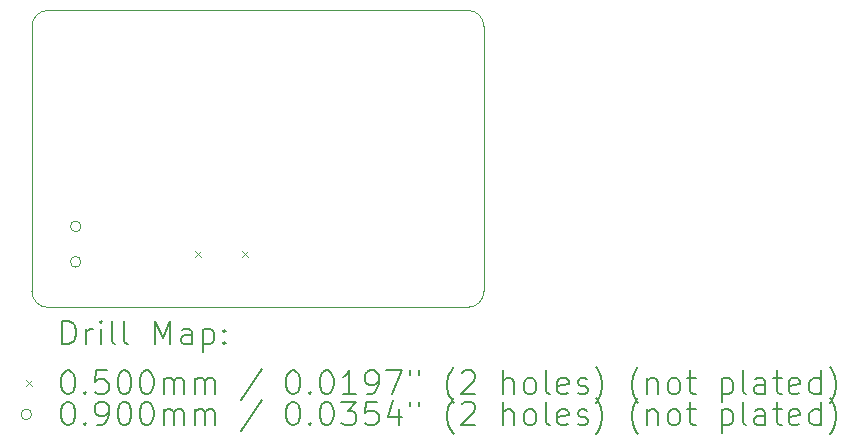
<source format=gbr>
%TF.GenerationSoftware,KiCad,Pcbnew,8.0.1*%
%TF.CreationDate,2024-03-30T02:10:21+03:00*%
%TF.ProjectId,Piezo module,5069657a-6f20-46d6-9f64-756c652e6b69,rev?*%
%TF.SameCoordinates,Original*%
%TF.FileFunction,Drillmap*%
%TF.FilePolarity,Positive*%
%FSLAX45Y45*%
G04 Gerber Fmt 4.5, Leading zero omitted, Abs format (unit mm)*
G04 Created by KiCad (PCBNEW 8.0.1) date 2024-03-30 02:10:21*
%MOMM*%
%LPD*%
G01*
G04 APERTURE LIST*
%ADD10C,0.050000*%
%ADD11C,0.200000*%
%ADD12C,0.100000*%
G04 APERTURE END LIST*
D10*
X13401450Y-11353500D02*
G75*
G02*
X13266450Y-11218500I0J135000D01*
G01*
X13266450Y-8974500D02*
X13266450Y-11218500D01*
X13266450Y-8974500D02*
G75*
G02*
X13401450Y-8839500I135000J0D01*
G01*
X17093050Y-8974500D02*
X17093050Y-11218500D01*
X16958050Y-8839500D02*
G75*
G02*
X17093050Y-8974500I0J-135000D01*
G01*
X13401450Y-8839500D02*
X16958050Y-8839500D01*
X17093050Y-11218500D02*
G75*
G02*
X16958050Y-11353500I-135000J0D01*
G01*
X16958050Y-11353500D02*
X13401450Y-11353500D01*
D11*
D12*
X14644450Y-10876000D02*
X14694450Y-10926000D01*
X14694450Y-10876000D02*
X14644450Y-10926000D01*
X15044450Y-10876000D02*
X15094450Y-10926000D01*
X15094450Y-10876000D02*
X15044450Y-10926000D01*
X13681450Y-10668500D02*
G75*
G02*
X13591450Y-10668500I-45000J0D01*
G01*
X13591450Y-10668500D02*
G75*
G02*
X13681450Y-10668500I45000J0D01*
G01*
X13681450Y-10968500D02*
G75*
G02*
X13591450Y-10968500I-45000J0D01*
G01*
X13591450Y-10968500D02*
G75*
G02*
X13681450Y-10968500I45000J0D01*
G01*
D11*
X13524727Y-11667484D02*
X13524727Y-11467484D01*
X13524727Y-11467484D02*
X13572346Y-11467484D01*
X13572346Y-11467484D02*
X13600917Y-11477008D01*
X13600917Y-11477008D02*
X13619965Y-11496055D01*
X13619965Y-11496055D02*
X13629489Y-11515103D01*
X13629489Y-11515103D02*
X13639012Y-11553198D01*
X13639012Y-11553198D02*
X13639012Y-11581769D01*
X13639012Y-11581769D02*
X13629489Y-11619865D01*
X13629489Y-11619865D02*
X13619965Y-11638912D01*
X13619965Y-11638912D02*
X13600917Y-11657960D01*
X13600917Y-11657960D02*
X13572346Y-11667484D01*
X13572346Y-11667484D02*
X13524727Y-11667484D01*
X13724727Y-11667484D02*
X13724727Y-11534150D01*
X13724727Y-11572246D02*
X13734251Y-11553198D01*
X13734251Y-11553198D02*
X13743774Y-11543674D01*
X13743774Y-11543674D02*
X13762822Y-11534150D01*
X13762822Y-11534150D02*
X13781870Y-11534150D01*
X13848536Y-11667484D02*
X13848536Y-11534150D01*
X13848536Y-11467484D02*
X13839012Y-11477008D01*
X13839012Y-11477008D02*
X13848536Y-11486531D01*
X13848536Y-11486531D02*
X13858060Y-11477008D01*
X13858060Y-11477008D02*
X13848536Y-11467484D01*
X13848536Y-11467484D02*
X13848536Y-11486531D01*
X13972346Y-11667484D02*
X13953298Y-11657960D01*
X13953298Y-11657960D02*
X13943774Y-11638912D01*
X13943774Y-11638912D02*
X13943774Y-11467484D01*
X14077108Y-11667484D02*
X14058060Y-11657960D01*
X14058060Y-11657960D02*
X14048536Y-11638912D01*
X14048536Y-11638912D02*
X14048536Y-11467484D01*
X14305679Y-11667484D02*
X14305679Y-11467484D01*
X14305679Y-11467484D02*
X14372346Y-11610341D01*
X14372346Y-11610341D02*
X14439012Y-11467484D01*
X14439012Y-11467484D02*
X14439012Y-11667484D01*
X14619965Y-11667484D02*
X14619965Y-11562722D01*
X14619965Y-11562722D02*
X14610441Y-11543674D01*
X14610441Y-11543674D02*
X14591393Y-11534150D01*
X14591393Y-11534150D02*
X14553298Y-11534150D01*
X14553298Y-11534150D02*
X14534251Y-11543674D01*
X14619965Y-11657960D02*
X14600917Y-11667484D01*
X14600917Y-11667484D02*
X14553298Y-11667484D01*
X14553298Y-11667484D02*
X14534251Y-11657960D01*
X14534251Y-11657960D02*
X14524727Y-11638912D01*
X14524727Y-11638912D02*
X14524727Y-11619865D01*
X14524727Y-11619865D02*
X14534251Y-11600817D01*
X14534251Y-11600817D02*
X14553298Y-11591293D01*
X14553298Y-11591293D02*
X14600917Y-11591293D01*
X14600917Y-11591293D02*
X14619965Y-11581769D01*
X14715203Y-11534150D02*
X14715203Y-11734150D01*
X14715203Y-11543674D02*
X14734251Y-11534150D01*
X14734251Y-11534150D02*
X14772346Y-11534150D01*
X14772346Y-11534150D02*
X14791393Y-11543674D01*
X14791393Y-11543674D02*
X14800917Y-11553198D01*
X14800917Y-11553198D02*
X14810441Y-11572246D01*
X14810441Y-11572246D02*
X14810441Y-11629388D01*
X14810441Y-11629388D02*
X14800917Y-11648436D01*
X14800917Y-11648436D02*
X14791393Y-11657960D01*
X14791393Y-11657960D02*
X14772346Y-11667484D01*
X14772346Y-11667484D02*
X14734251Y-11667484D01*
X14734251Y-11667484D02*
X14715203Y-11657960D01*
X14896155Y-11648436D02*
X14905679Y-11657960D01*
X14905679Y-11657960D02*
X14896155Y-11667484D01*
X14896155Y-11667484D02*
X14886632Y-11657960D01*
X14886632Y-11657960D02*
X14896155Y-11648436D01*
X14896155Y-11648436D02*
X14896155Y-11667484D01*
X14896155Y-11543674D02*
X14905679Y-11553198D01*
X14905679Y-11553198D02*
X14896155Y-11562722D01*
X14896155Y-11562722D02*
X14886632Y-11553198D01*
X14886632Y-11553198D02*
X14896155Y-11543674D01*
X14896155Y-11543674D02*
X14896155Y-11562722D01*
D12*
X13213950Y-11971000D02*
X13263950Y-12021000D01*
X13263950Y-11971000D02*
X13213950Y-12021000D01*
D11*
X13562822Y-11887484D02*
X13581870Y-11887484D01*
X13581870Y-11887484D02*
X13600917Y-11897008D01*
X13600917Y-11897008D02*
X13610441Y-11906531D01*
X13610441Y-11906531D02*
X13619965Y-11925579D01*
X13619965Y-11925579D02*
X13629489Y-11963674D01*
X13629489Y-11963674D02*
X13629489Y-12011293D01*
X13629489Y-12011293D02*
X13619965Y-12049388D01*
X13619965Y-12049388D02*
X13610441Y-12068436D01*
X13610441Y-12068436D02*
X13600917Y-12077960D01*
X13600917Y-12077960D02*
X13581870Y-12087484D01*
X13581870Y-12087484D02*
X13562822Y-12087484D01*
X13562822Y-12087484D02*
X13543774Y-12077960D01*
X13543774Y-12077960D02*
X13534251Y-12068436D01*
X13534251Y-12068436D02*
X13524727Y-12049388D01*
X13524727Y-12049388D02*
X13515203Y-12011293D01*
X13515203Y-12011293D02*
X13515203Y-11963674D01*
X13515203Y-11963674D02*
X13524727Y-11925579D01*
X13524727Y-11925579D02*
X13534251Y-11906531D01*
X13534251Y-11906531D02*
X13543774Y-11897008D01*
X13543774Y-11897008D02*
X13562822Y-11887484D01*
X13715203Y-12068436D02*
X13724727Y-12077960D01*
X13724727Y-12077960D02*
X13715203Y-12087484D01*
X13715203Y-12087484D02*
X13705679Y-12077960D01*
X13705679Y-12077960D02*
X13715203Y-12068436D01*
X13715203Y-12068436D02*
X13715203Y-12087484D01*
X13905679Y-11887484D02*
X13810441Y-11887484D01*
X13810441Y-11887484D02*
X13800917Y-11982722D01*
X13800917Y-11982722D02*
X13810441Y-11973198D01*
X13810441Y-11973198D02*
X13829489Y-11963674D01*
X13829489Y-11963674D02*
X13877108Y-11963674D01*
X13877108Y-11963674D02*
X13896155Y-11973198D01*
X13896155Y-11973198D02*
X13905679Y-11982722D01*
X13905679Y-11982722D02*
X13915203Y-12001769D01*
X13915203Y-12001769D02*
X13915203Y-12049388D01*
X13915203Y-12049388D02*
X13905679Y-12068436D01*
X13905679Y-12068436D02*
X13896155Y-12077960D01*
X13896155Y-12077960D02*
X13877108Y-12087484D01*
X13877108Y-12087484D02*
X13829489Y-12087484D01*
X13829489Y-12087484D02*
X13810441Y-12077960D01*
X13810441Y-12077960D02*
X13800917Y-12068436D01*
X14039012Y-11887484D02*
X14058060Y-11887484D01*
X14058060Y-11887484D02*
X14077108Y-11897008D01*
X14077108Y-11897008D02*
X14086632Y-11906531D01*
X14086632Y-11906531D02*
X14096155Y-11925579D01*
X14096155Y-11925579D02*
X14105679Y-11963674D01*
X14105679Y-11963674D02*
X14105679Y-12011293D01*
X14105679Y-12011293D02*
X14096155Y-12049388D01*
X14096155Y-12049388D02*
X14086632Y-12068436D01*
X14086632Y-12068436D02*
X14077108Y-12077960D01*
X14077108Y-12077960D02*
X14058060Y-12087484D01*
X14058060Y-12087484D02*
X14039012Y-12087484D01*
X14039012Y-12087484D02*
X14019965Y-12077960D01*
X14019965Y-12077960D02*
X14010441Y-12068436D01*
X14010441Y-12068436D02*
X14000917Y-12049388D01*
X14000917Y-12049388D02*
X13991393Y-12011293D01*
X13991393Y-12011293D02*
X13991393Y-11963674D01*
X13991393Y-11963674D02*
X14000917Y-11925579D01*
X14000917Y-11925579D02*
X14010441Y-11906531D01*
X14010441Y-11906531D02*
X14019965Y-11897008D01*
X14019965Y-11897008D02*
X14039012Y-11887484D01*
X14229489Y-11887484D02*
X14248536Y-11887484D01*
X14248536Y-11887484D02*
X14267584Y-11897008D01*
X14267584Y-11897008D02*
X14277108Y-11906531D01*
X14277108Y-11906531D02*
X14286632Y-11925579D01*
X14286632Y-11925579D02*
X14296155Y-11963674D01*
X14296155Y-11963674D02*
X14296155Y-12011293D01*
X14296155Y-12011293D02*
X14286632Y-12049388D01*
X14286632Y-12049388D02*
X14277108Y-12068436D01*
X14277108Y-12068436D02*
X14267584Y-12077960D01*
X14267584Y-12077960D02*
X14248536Y-12087484D01*
X14248536Y-12087484D02*
X14229489Y-12087484D01*
X14229489Y-12087484D02*
X14210441Y-12077960D01*
X14210441Y-12077960D02*
X14200917Y-12068436D01*
X14200917Y-12068436D02*
X14191393Y-12049388D01*
X14191393Y-12049388D02*
X14181870Y-12011293D01*
X14181870Y-12011293D02*
X14181870Y-11963674D01*
X14181870Y-11963674D02*
X14191393Y-11925579D01*
X14191393Y-11925579D02*
X14200917Y-11906531D01*
X14200917Y-11906531D02*
X14210441Y-11897008D01*
X14210441Y-11897008D02*
X14229489Y-11887484D01*
X14381870Y-12087484D02*
X14381870Y-11954150D01*
X14381870Y-11973198D02*
X14391393Y-11963674D01*
X14391393Y-11963674D02*
X14410441Y-11954150D01*
X14410441Y-11954150D02*
X14439013Y-11954150D01*
X14439013Y-11954150D02*
X14458060Y-11963674D01*
X14458060Y-11963674D02*
X14467584Y-11982722D01*
X14467584Y-11982722D02*
X14467584Y-12087484D01*
X14467584Y-11982722D02*
X14477108Y-11963674D01*
X14477108Y-11963674D02*
X14496155Y-11954150D01*
X14496155Y-11954150D02*
X14524727Y-11954150D01*
X14524727Y-11954150D02*
X14543774Y-11963674D01*
X14543774Y-11963674D02*
X14553298Y-11982722D01*
X14553298Y-11982722D02*
X14553298Y-12087484D01*
X14648536Y-12087484D02*
X14648536Y-11954150D01*
X14648536Y-11973198D02*
X14658060Y-11963674D01*
X14658060Y-11963674D02*
X14677108Y-11954150D01*
X14677108Y-11954150D02*
X14705679Y-11954150D01*
X14705679Y-11954150D02*
X14724727Y-11963674D01*
X14724727Y-11963674D02*
X14734251Y-11982722D01*
X14734251Y-11982722D02*
X14734251Y-12087484D01*
X14734251Y-11982722D02*
X14743774Y-11963674D01*
X14743774Y-11963674D02*
X14762822Y-11954150D01*
X14762822Y-11954150D02*
X14791393Y-11954150D01*
X14791393Y-11954150D02*
X14810441Y-11963674D01*
X14810441Y-11963674D02*
X14819965Y-11982722D01*
X14819965Y-11982722D02*
X14819965Y-12087484D01*
X15210441Y-11877960D02*
X15039013Y-12135103D01*
X15467584Y-11887484D02*
X15486632Y-11887484D01*
X15486632Y-11887484D02*
X15505679Y-11897008D01*
X15505679Y-11897008D02*
X15515203Y-11906531D01*
X15515203Y-11906531D02*
X15524727Y-11925579D01*
X15524727Y-11925579D02*
X15534251Y-11963674D01*
X15534251Y-11963674D02*
X15534251Y-12011293D01*
X15534251Y-12011293D02*
X15524727Y-12049388D01*
X15524727Y-12049388D02*
X15515203Y-12068436D01*
X15515203Y-12068436D02*
X15505679Y-12077960D01*
X15505679Y-12077960D02*
X15486632Y-12087484D01*
X15486632Y-12087484D02*
X15467584Y-12087484D01*
X15467584Y-12087484D02*
X15448536Y-12077960D01*
X15448536Y-12077960D02*
X15439013Y-12068436D01*
X15439013Y-12068436D02*
X15429489Y-12049388D01*
X15429489Y-12049388D02*
X15419965Y-12011293D01*
X15419965Y-12011293D02*
X15419965Y-11963674D01*
X15419965Y-11963674D02*
X15429489Y-11925579D01*
X15429489Y-11925579D02*
X15439013Y-11906531D01*
X15439013Y-11906531D02*
X15448536Y-11897008D01*
X15448536Y-11897008D02*
X15467584Y-11887484D01*
X15619965Y-12068436D02*
X15629489Y-12077960D01*
X15629489Y-12077960D02*
X15619965Y-12087484D01*
X15619965Y-12087484D02*
X15610441Y-12077960D01*
X15610441Y-12077960D02*
X15619965Y-12068436D01*
X15619965Y-12068436D02*
X15619965Y-12087484D01*
X15753298Y-11887484D02*
X15772346Y-11887484D01*
X15772346Y-11887484D02*
X15791394Y-11897008D01*
X15791394Y-11897008D02*
X15800917Y-11906531D01*
X15800917Y-11906531D02*
X15810441Y-11925579D01*
X15810441Y-11925579D02*
X15819965Y-11963674D01*
X15819965Y-11963674D02*
X15819965Y-12011293D01*
X15819965Y-12011293D02*
X15810441Y-12049388D01*
X15810441Y-12049388D02*
X15800917Y-12068436D01*
X15800917Y-12068436D02*
X15791394Y-12077960D01*
X15791394Y-12077960D02*
X15772346Y-12087484D01*
X15772346Y-12087484D02*
X15753298Y-12087484D01*
X15753298Y-12087484D02*
X15734251Y-12077960D01*
X15734251Y-12077960D02*
X15724727Y-12068436D01*
X15724727Y-12068436D02*
X15715203Y-12049388D01*
X15715203Y-12049388D02*
X15705679Y-12011293D01*
X15705679Y-12011293D02*
X15705679Y-11963674D01*
X15705679Y-11963674D02*
X15715203Y-11925579D01*
X15715203Y-11925579D02*
X15724727Y-11906531D01*
X15724727Y-11906531D02*
X15734251Y-11897008D01*
X15734251Y-11897008D02*
X15753298Y-11887484D01*
X16010441Y-12087484D02*
X15896156Y-12087484D01*
X15953298Y-12087484D02*
X15953298Y-11887484D01*
X15953298Y-11887484D02*
X15934251Y-11916055D01*
X15934251Y-11916055D02*
X15915203Y-11935103D01*
X15915203Y-11935103D02*
X15896156Y-11944627D01*
X16105679Y-12087484D02*
X16143775Y-12087484D01*
X16143775Y-12087484D02*
X16162822Y-12077960D01*
X16162822Y-12077960D02*
X16172346Y-12068436D01*
X16172346Y-12068436D02*
X16191394Y-12039865D01*
X16191394Y-12039865D02*
X16200917Y-12001769D01*
X16200917Y-12001769D02*
X16200917Y-11925579D01*
X16200917Y-11925579D02*
X16191394Y-11906531D01*
X16191394Y-11906531D02*
X16181870Y-11897008D01*
X16181870Y-11897008D02*
X16162822Y-11887484D01*
X16162822Y-11887484D02*
X16124727Y-11887484D01*
X16124727Y-11887484D02*
X16105679Y-11897008D01*
X16105679Y-11897008D02*
X16096156Y-11906531D01*
X16096156Y-11906531D02*
X16086632Y-11925579D01*
X16086632Y-11925579D02*
X16086632Y-11973198D01*
X16086632Y-11973198D02*
X16096156Y-11992246D01*
X16096156Y-11992246D02*
X16105679Y-12001769D01*
X16105679Y-12001769D02*
X16124727Y-12011293D01*
X16124727Y-12011293D02*
X16162822Y-12011293D01*
X16162822Y-12011293D02*
X16181870Y-12001769D01*
X16181870Y-12001769D02*
X16191394Y-11992246D01*
X16191394Y-11992246D02*
X16200917Y-11973198D01*
X16267584Y-11887484D02*
X16400917Y-11887484D01*
X16400917Y-11887484D02*
X16315203Y-12087484D01*
X16467584Y-11887484D02*
X16467584Y-11925579D01*
X16543775Y-11887484D02*
X16543775Y-11925579D01*
X16839013Y-12163674D02*
X16829489Y-12154150D01*
X16829489Y-12154150D02*
X16810441Y-12125579D01*
X16810441Y-12125579D02*
X16800918Y-12106531D01*
X16800918Y-12106531D02*
X16791394Y-12077960D01*
X16791394Y-12077960D02*
X16781870Y-12030341D01*
X16781870Y-12030341D02*
X16781870Y-11992246D01*
X16781870Y-11992246D02*
X16791394Y-11944627D01*
X16791394Y-11944627D02*
X16800918Y-11916055D01*
X16800918Y-11916055D02*
X16810441Y-11897008D01*
X16810441Y-11897008D02*
X16829489Y-11868436D01*
X16829489Y-11868436D02*
X16839013Y-11858912D01*
X16905680Y-11906531D02*
X16915203Y-11897008D01*
X16915203Y-11897008D02*
X16934251Y-11887484D01*
X16934251Y-11887484D02*
X16981870Y-11887484D01*
X16981870Y-11887484D02*
X17000918Y-11897008D01*
X17000918Y-11897008D02*
X17010441Y-11906531D01*
X17010441Y-11906531D02*
X17019965Y-11925579D01*
X17019965Y-11925579D02*
X17019965Y-11944627D01*
X17019965Y-11944627D02*
X17010441Y-11973198D01*
X17010441Y-11973198D02*
X16896156Y-12087484D01*
X16896156Y-12087484D02*
X17019965Y-12087484D01*
X17258061Y-12087484D02*
X17258061Y-11887484D01*
X17343775Y-12087484D02*
X17343775Y-11982722D01*
X17343775Y-11982722D02*
X17334251Y-11963674D01*
X17334251Y-11963674D02*
X17315203Y-11954150D01*
X17315203Y-11954150D02*
X17286632Y-11954150D01*
X17286632Y-11954150D02*
X17267584Y-11963674D01*
X17267584Y-11963674D02*
X17258061Y-11973198D01*
X17467584Y-12087484D02*
X17448537Y-12077960D01*
X17448537Y-12077960D02*
X17439013Y-12068436D01*
X17439013Y-12068436D02*
X17429489Y-12049388D01*
X17429489Y-12049388D02*
X17429489Y-11992246D01*
X17429489Y-11992246D02*
X17439013Y-11973198D01*
X17439013Y-11973198D02*
X17448537Y-11963674D01*
X17448537Y-11963674D02*
X17467584Y-11954150D01*
X17467584Y-11954150D02*
X17496156Y-11954150D01*
X17496156Y-11954150D02*
X17515203Y-11963674D01*
X17515203Y-11963674D02*
X17524727Y-11973198D01*
X17524727Y-11973198D02*
X17534251Y-11992246D01*
X17534251Y-11992246D02*
X17534251Y-12049388D01*
X17534251Y-12049388D02*
X17524727Y-12068436D01*
X17524727Y-12068436D02*
X17515203Y-12077960D01*
X17515203Y-12077960D02*
X17496156Y-12087484D01*
X17496156Y-12087484D02*
X17467584Y-12087484D01*
X17648537Y-12087484D02*
X17629489Y-12077960D01*
X17629489Y-12077960D02*
X17619965Y-12058912D01*
X17619965Y-12058912D02*
X17619965Y-11887484D01*
X17800918Y-12077960D02*
X17781870Y-12087484D01*
X17781870Y-12087484D02*
X17743775Y-12087484D01*
X17743775Y-12087484D02*
X17724727Y-12077960D01*
X17724727Y-12077960D02*
X17715203Y-12058912D01*
X17715203Y-12058912D02*
X17715203Y-11982722D01*
X17715203Y-11982722D02*
X17724727Y-11963674D01*
X17724727Y-11963674D02*
X17743775Y-11954150D01*
X17743775Y-11954150D02*
X17781870Y-11954150D01*
X17781870Y-11954150D02*
X17800918Y-11963674D01*
X17800918Y-11963674D02*
X17810442Y-11982722D01*
X17810442Y-11982722D02*
X17810442Y-12001769D01*
X17810442Y-12001769D02*
X17715203Y-12020817D01*
X17886632Y-12077960D02*
X17905680Y-12087484D01*
X17905680Y-12087484D02*
X17943775Y-12087484D01*
X17943775Y-12087484D02*
X17962823Y-12077960D01*
X17962823Y-12077960D02*
X17972346Y-12058912D01*
X17972346Y-12058912D02*
X17972346Y-12049388D01*
X17972346Y-12049388D02*
X17962823Y-12030341D01*
X17962823Y-12030341D02*
X17943775Y-12020817D01*
X17943775Y-12020817D02*
X17915203Y-12020817D01*
X17915203Y-12020817D02*
X17896156Y-12011293D01*
X17896156Y-12011293D02*
X17886632Y-11992246D01*
X17886632Y-11992246D02*
X17886632Y-11982722D01*
X17886632Y-11982722D02*
X17896156Y-11963674D01*
X17896156Y-11963674D02*
X17915203Y-11954150D01*
X17915203Y-11954150D02*
X17943775Y-11954150D01*
X17943775Y-11954150D02*
X17962823Y-11963674D01*
X18039013Y-12163674D02*
X18048537Y-12154150D01*
X18048537Y-12154150D02*
X18067584Y-12125579D01*
X18067584Y-12125579D02*
X18077108Y-12106531D01*
X18077108Y-12106531D02*
X18086632Y-12077960D01*
X18086632Y-12077960D02*
X18096156Y-12030341D01*
X18096156Y-12030341D02*
X18096156Y-11992246D01*
X18096156Y-11992246D02*
X18086632Y-11944627D01*
X18086632Y-11944627D02*
X18077108Y-11916055D01*
X18077108Y-11916055D02*
X18067584Y-11897008D01*
X18067584Y-11897008D02*
X18048537Y-11868436D01*
X18048537Y-11868436D02*
X18039013Y-11858912D01*
X18400918Y-12163674D02*
X18391394Y-12154150D01*
X18391394Y-12154150D02*
X18372346Y-12125579D01*
X18372346Y-12125579D02*
X18362823Y-12106531D01*
X18362823Y-12106531D02*
X18353299Y-12077960D01*
X18353299Y-12077960D02*
X18343775Y-12030341D01*
X18343775Y-12030341D02*
X18343775Y-11992246D01*
X18343775Y-11992246D02*
X18353299Y-11944627D01*
X18353299Y-11944627D02*
X18362823Y-11916055D01*
X18362823Y-11916055D02*
X18372346Y-11897008D01*
X18372346Y-11897008D02*
X18391394Y-11868436D01*
X18391394Y-11868436D02*
X18400918Y-11858912D01*
X18477108Y-11954150D02*
X18477108Y-12087484D01*
X18477108Y-11973198D02*
X18486632Y-11963674D01*
X18486632Y-11963674D02*
X18505680Y-11954150D01*
X18505680Y-11954150D02*
X18534251Y-11954150D01*
X18534251Y-11954150D02*
X18553299Y-11963674D01*
X18553299Y-11963674D02*
X18562823Y-11982722D01*
X18562823Y-11982722D02*
X18562823Y-12087484D01*
X18686632Y-12087484D02*
X18667584Y-12077960D01*
X18667584Y-12077960D02*
X18658061Y-12068436D01*
X18658061Y-12068436D02*
X18648537Y-12049388D01*
X18648537Y-12049388D02*
X18648537Y-11992246D01*
X18648537Y-11992246D02*
X18658061Y-11973198D01*
X18658061Y-11973198D02*
X18667584Y-11963674D01*
X18667584Y-11963674D02*
X18686632Y-11954150D01*
X18686632Y-11954150D02*
X18715204Y-11954150D01*
X18715204Y-11954150D02*
X18734251Y-11963674D01*
X18734251Y-11963674D02*
X18743775Y-11973198D01*
X18743775Y-11973198D02*
X18753299Y-11992246D01*
X18753299Y-11992246D02*
X18753299Y-12049388D01*
X18753299Y-12049388D02*
X18743775Y-12068436D01*
X18743775Y-12068436D02*
X18734251Y-12077960D01*
X18734251Y-12077960D02*
X18715204Y-12087484D01*
X18715204Y-12087484D02*
X18686632Y-12087484D01*
X18810442Y-11954150D02*
X18886632Y-11954150D01*
X18839013Y-11887484D02*
X18839013Y-12058912D01*
X18839013Y-12058912D02*
X18848537Y-12077960D01*
X18848537Y-12077960D02*
X18867584Y-12087484D01*
X18867584Y-12087484D02*
X18886632Y-12087484D01*
X19105680Y-11954150D02*
X19105680Y-12154150D01*
X19105680Y-11963674D02*
X19124727Y-11954150D01*
X19124727Y-11954150D02*
X19162823Y-11954150D01*
X19162823Y-11954150D02*
X19181870Y-11963674D01*
X19181870Y-11963674D02*
X19191394Y-11973198D01*
X19191394Y-11973198D02*
X19200918Y-11992246D01*
X19200918Y-11992246D02*
X19200918Y-12049388D01*
X19200918Y-12049388D02*
X19191394Y-12068436D01*
X19191394Y-12068436D02*
X19181870Y-12077960D01*
X19181870Y-12077960D02*
X19162823Y-12087484D01*
X19162823Y-12087484D02*
X19124727Y-12087484D01*
X19124727Y-12087484D02*
X19105680Y-12077960D01*
X19315204Y-12087484D02*
X19296156Y-12077960D01*
X19296156Y-12077960D02*
X19286632Y-12058912D01*
X19286632Y-12058912D02*
X19286632Y-11887484D01*
X19477108Y-12087484D02*
X19477108Y-11982722D01*
X19477108Y-11982722D02*
X19467585Y-11963674D01*
X19467585Y-11963674D02*
X19448537Y-11954150D01*
X19448537Y-11954150D02*
X19410442Y-11954150D01*
X19410442Y-11954150D02*
X19391394Y-11963674D01*
X19477108Y-12077960D02*
X19458061Y-12087484D01*
X19458061Y-12087484D02*
X19410442Y-12087484D01*
X19410442Y-12087484D02*
X19391394Y-12077960D01*
X19391394Y-12077960D02*
X19381870Y-12058912D01*
X19381870Y-12058912D02*
X19381870Y-12039865D01*
X19381870Y-12039865D02*
X19391394Y-12020817D01*
X19391394Y-12020817D02*
X19410442Y-12011293D01*
X19410442Y-12011293D02*
X19458061Y-12011293D01*
X19458061Y-12011293D02*
X19477108Y-12001769D01*
X19543775Y-11954150D02*
X19619965Y-11954150D01*
X19572346Y-11887484D02*
X19572346Y-12058912D01*
X19572346Y-12058912D02*
X19581870Y-12077960D01*
X19581870Y-12077960D02*
X19600918Y-12087484D01*
X19600918Y-12087484D02*
X19619965Y-12087484D01*
X19762823Y-12077960D02*
X19743775Y-12087484D01*
X19743775Y-12087484D02*
X19705680Y-12087484D01*
X19705680Y-12087484D02*
X19686632Y-12077960D01*
X19686632Y-12077960D02*
X19677108Y-12058912D01*
X19677108Y-12058912D02*
X19677108Y-11982722D01*
X19677108Y-11982722D02*
X19686632Y-11963674D01*
X19686632Y-11963674D02*
X19705680Y-11954150D01*
X19705680Y-11954150D02*
X19743775Y-11954150D01*
X19743775Y-11954150D02*
X19762823Y-11963674D01*
X19762823Y-11963674D02*
X19772346Y-11982722D01*
X19772346Y-11982722D02*
X19772346Y-12001769D01*
X19772346Y-12001769D02*
X19677108Y-12020817D01*
X19943775Y-12087484D02*
X19943775Y-11887484D01*
X19943775Y-12077960D02*
X19924727Y-12087484D01*
X19924727Y-12087484D02*
X19886632Y-12087484D01*
X19886632Y-12087484D02*
X19867585Y-12077960D01*
X19867585Y-12077960D02*
X19858061Y-12068436D01*
X19858061Y-12068436D02*
X19848537Y-12049388D01*
X19848537Y-12049388D02*
X19848537Y-11992246D01*
X19848537Y-11992246D02*
X19858061Y-11973198D01*
X19858061Y-11973198D02*
X19867585Y-11963674D01*
X19867585Y-11963674D02*
X19886632Y-11954150D01*
X19886632Y-11954150D02*
X19924727Y-11954150D01*
X19924727Y-11954150D02*
X19943775Y-11963674D01*
X20019966Y-12163674D02*
X20029489Y-12154150D01*
X20029489Y-12154150D02*
X20048537Y-12125579D01*
X20048537Y-12125579D02*
X20058061Y-12106531D01*
X20058061Y-12106531D02*
X20067585Y-12077960D01*
X20067585Y-12077960D02*
X20077108Y-12030341D01*
X20077108Y-12030341D02*
X20077108Y-11992246D01*
X20077108Y-11992246D02*
X20067585Y-11944627D01*
X20067585Y-11944627D02*
X20058061Y-11916055D01*
X20058061Y-11916055D02*
X20048537Y-11897008D01*
X20048537Y-11897008D02*
X20029489Y-11868436D01*
X20029489Y-11868436D02*
X20019966Y-11858912D01*
D12*
X13263950Y-12260000D02*
G75*
G02*
X13173950Y-12260000I-45000J0D01*
G01*
X13173950Y-12260000D02*
G75*
G02*
X13263950Y-12260000I45000J0D01*
G01*
D11*
X13562822Y-12151484D02*
X13581870Y-12151484D01*
X13581870Y-12151484D02*
X13600917Y-12161008D01*
X13600917Y-12161008D02*
X13610441Y-12170531D01*
X13610441Y-12170531D02*
X13619965Y-12189579D01*
X13619965Y-12189579D02*
X13629489Y-12227674D01*
X13629489Y-12227674D02*
X13629489Y-12275293D01*
X13629489Y-12275293D02*
X13619965Y-12313388D01*
X13619965Y-12313388D02*
X13610441Y-12332436D01*
X13610441Y-12332436D02*
X13600917Y-12341960D01*
X13600917Y-12341960D02*
X13581870Y-12351484D01*
X13581870Y-12351484D02*
X13562822Y-12351484D01*
X13562822Y-12351484D02*
X13543774Y-12341960D01*
X13543774Y-12341960D02*
X13534251Y-12332436D01*
X13534251Y-12332436D02*
X13524727Y-12313388D01*
X13524727Y-12313388D02*
X13515203Y-12275293D01*
X13515203Y-12275293D02*
X13515203Y-12227674D01*
X13515203Y-12227674D02*
X13524727Y-12189579D01*
X13524727Y-12189579D02*
X13534251Y-12170531D01*
X13534251Y-12170531D02*
X13543774Y-12161008D01*
X13543774Y-12161008D02*
X13562822Y-12151484D01*
X13715203Y-12332436D02*
X13724727Y-12341960D01*
X13724727Y-12341960D02*
X13715203Y-12351484D01*
X13715203Y-12351484D02*
X13705679Y-12341960D01*
X13705679Y-12341960D02*
X13715203Y-12332436D01*
X13715203Y-12332436D02*
X13715203Y-12351484D01*
X13819965Y-12351484D02*
X13858060Y-12351484D01*
X13858060Y-12351484D02*
X13877108Y-12341960D01*
X13877108Y-12341960D02*
X13886632Y-12332436D01*
X13886632Y-12332436D02*
X13905679Y-12303865D01*
X13905679Y-12303865D02*
X13915203Y-12265769D01*
X13915203Y-12265769D02*
X13915203Y-12189579D01*
X13915203Y-12189579D02*
X13905679Y-12170531D01*
X13905679Y-12170531D02*
X13896155Y-12161008D01*
X13896155Y-12161008D02*
X13877108Y-12151484D01*
X13877108Y-12151484D02*
X13839012Y-12151484D01*
X13839012Y-12151484D02*
X13819965Y-12161008D01*
X13819965Y-12161008D02*
X13810441Y-12170531D01*
X13810441Y-12170531D02*
X13800917Y-12189579D01*
X13800917Y-12189579D02*
X13800917Y-12237198D01*
X13800917Y-12237198D02*
X13810441Y-12256246D01*
X13810441Y-12256246D02*
X13819965Y-12265769D01*
X13819965Y-12265769D02*
X13839012Y-12275293D01*
X13839012Y-12275293D02*
X13877108Y-12275293D01*
X13877108Y-12275293D02*
X13896155Y-12265769D01*
X13896155Y-12265769D02*
X13905679Y-12256246D01*
X13905679Y-12256246D02*
X13915203Y-12237198D01*
X14039012Y-12151484D02*
X14058060Y-12151484D01*
X14058060Y-12151484D02*
X14077108Y-12161008D01*
X14077108Y-12161008D02*
X14086632Y-12170531D01*
X14086632Y-12170531D02*
X14096155Y-12189579D01*
X14096155Y-12189579D02*
X14105679Y-12227674D01*
X14105679Y-12227674D02*
X14105679Y-12275293D01*
X14105679Y-12275293D02*
X14096155Y-12313388D01*
X14096155Y-12313388D02*
X14086632Y-12332436D01*
X14086632Y-12332436D02*
X14077108Y-12341960D01*
X14077108Y-12341960D02*
X14058060Y-12351484D01*
X14058060Y-12351484D02*
X14039012Y-12351484D01*
X14039012Y-12351484D02*
X14019965Y-12341960D01*
X14019965Y-12341960D02*
X14010441Y-12332436D01*
X14010441Y-12332436D02*
X14000917Y-12313388D01*
X14000917Y-12313388D02*
X13991393Y-12275293D01*
X13991393Y-12275293D02*
X13991393Y-12227674D01*
X13991393Y-12227674D02*
X14000917Y-12189579D01*
X14000917Y-12189579D02*
X14010441Y-12170531D01*
X14010441Y-12170531D02*
X14019965Y-12161008D01*
X14019965Y-12161008D02*
X14039012Y-12151484D01*
X14229489Y-12151484D02*
X14248536Y-12151484D01*
X14248536Y-12151484D02*
X14267584Y-12161008D01*
X14267584Y-12161008D02*
X14277108Y-12170531D01*
X14277108Y-12170531D02*
X14286632Y-12189579D01*
X14286632Y-12189579D02*
X14296155Y-12227674D01*
X14296155Y-12227674D02*
X14296155Y-12275293D01*
X14296155Y-12275293D02*
X14286632Y-12313388D01*
X14286632Y-12313388D02*
X14277108Y-12332436D01*
X14277108Y-12332436D02*
X14267584Y-12341960D01*
X14267584Y-12341960D02*
X14248536Y-12351484D01*
X14248536Y-12351484D02*
X14229489Y-12351484D01*
X14229489Y-12351484D02*
X14210441Y-12341960D01*
X14210441Y-12341960D02*
X14200917Y-12332436D01*
X14200917Y-12332436D02*
X14191393Y-12313388D01*
X14191393Y-12313388D02*
X14181870Y-12275293D01*
X14181870Y-12275293D02*
X14181870Y-12227674D01*
X14181870Y-12227674D02*
X14191393Y-12189579D01*
X14191393Y-12189579D02*
X14200917Y-12170531D01*
X14200917Y-12170531D02*
X14210441Y-12161008D01*
X14210441Y-12161008D02*
X14229489Y-12151484D01*
X14381870Y-12351484D02*
X14381870Y-12218150D01*
X14381870Y-12237198D02*
X14391393Y-12227674D01*
X14391393Y-12227674D02*
X14410441Y-12218150D01*
X14410441Y-12218150D02*
X14439013Y-12218150D01*
X14439013Y-12218150D02*
X14458060Y-12227674D01*
X14458060Y-12227674D02*
X14467584Y-12246722D01*
X14467584Y-12246722D02*
X14467584Y-12351484D01*
X14467584Y-12246722D02*
X14477108Y-12227674D01*
X14477108Y-12227674D02*
X14496155Y-12218150D01*
X14496155Y-12218150D02*
X14524727Y-12218150D01*
X14524727Y-12218150D02*
X14543774Y-12227674D01*
X14543774Y-12227674D02*
X14553298Y-12246722D01*
X14553298Y-12246722D02*
X14553298Y-12351484D01*
X14648536Y-12351484D02*
X14648536Y-12218150D01*
X14648536Y-12237198D02*
X14658060Y-12227674D01*
X14658060Y-12227674D02*
X14677108Y-12218150D01*
X14677108Y-12218150D02*
X14705679Y-12218150D01*
X14705679Y-12218150D02*
X14724727Y-12227674D01*
X14724727Y-12227674D02*
X14734251Y-12246722D01*
X14734251Y-12246722D02*
X14734251Y-12351484D01*
X14734251Y-12246722D02*
X14743774Y-12227674D01*
X14743774Y-12227674D02*
X14762822Y-12218150D01*
X14762822Y-12218150D02*
X14791393Y-12218150D01*
X14791393Y-12218150D02*
X14810441Y-12227674D01*
X14810441Y-12227674D02*
X14819965Y-12246722D01*
X14819965Y-12246722D02*
X14819965Y-12351484D01*
X15210441Y-12141960D02*
X15039013Y-12399103D01*
X15467584Y-12151484D02*
X15486632Y-12151484D01*
X15486632Y-12151484D02*
X15505679Y-12161008D01*
X15505679Y-12161008D02*
X15515203Y-12170531D01*
X15515203Y-12170531D02*
X15524727Y-12189579D01*
X15524727Y-12189579D02*
X15534251Y-12227674D01*
X15534251Y-12227674D02*
X15534251Y-12275293D01*
X15534251Y-12275293D02*
X15524727Y-12313388D01*
X15524727Y-12313388D02*
X15515203Y-12332436D01*
X15515203Y-12332436D02*
X15505679Y-12341960D01*
X15505679Y-12341960D02*
X15486632Y-12351484D01*
X15486632Y-12351484D02*
X15467584Y-12351484D01*
X15467584Y-12351484D02*
X15448536Y-12341960D01*
X15448536Y-12341960D02*
X15439013Y-12332436D01*
X15439013Y-12332436D02*
X15429489Y-12313388D01*
X15429489Y-12313388D02*
X15419965Y-12275293D01*
X15419965Y-12275293D02*
X15419965Y-12227674D01*
X15419965Y-12227674D02*
X15429489Y-12189579D01*
X15429489Y-12189579D02*
X15439013Y-12170531D01*
X15439013Y-12170531D02*
X15448536Y-12161008D01*
X15448536Y-12161008D02*
X15467584Y-12151484D01*
X15619965Y-12332436D02*
X15629489Y-12341960D01*
X15629489Y-12341960D02*
X15619965Y-12351484D01*
X15619965Y-12351484D02*
X15610441Y-12341960D01*
X15610441Y-12341960D02*
X15619965Y-12332436D01*
X15619965Y-12332436D02*
X15619965Y-12351484D01*
X15753298Y-12151484D02*
X15772346Y-12151484D01*
X15772346Y-12151484D02*
X15791394Y-12161008D01*
X15791394Y-12161008D02*
X15800917Y-12170531D01*
X15800917Y-12170531D02*
X15810441Y-12189579D01*
X15810441Y-12189579D02*
X15819965Y-12227674D01*
X15819965Y-12227674D02*
X15819965Y-12275293D01*
X15819965Y-12275293D02*
X15810441Y-12313388D01*
X15810441Y-12313388D02*
X15800917Y-12332436D01*
X15800917Y-12332436D02*
X15791394Y-12341960D01*
X15791394Y-12341960D02*
X15772346Y-12351484D01*
X15772346Y-12351484D02*
X15753298Y-12351484D01*
X15753298Y-12351484D02*
X15734251Y-12341960D01*
X15734251Y-12341960D02*
X15724727Y-12332436D01*
X15724727Y-12332436D02*
X15715203Y-12313388D01*
X15715203Y-12313388D02*
X15705679Y-12275293D01*
X15705679Y-12275293D02*
X15705679Y-12227674D01*
X15705679Y-12227674D02*
X15715203Y-12189579D01*
X15715203Y-12189579D02*
X15724727Y-12170531D01*
X15724727Y-12170531D02*
X15734251Y-12161008D01*
X15734251Y-12161008D02*
X15753298Y-12151484D01*
X15886632Y-12151484D02*
X16010441Y-12151484D01*
X16010441Y-12151484D02*
X15943775Y-12227674D01*
X15943775Y-12227674D02*
X15972346Y-12227674D01*
X15972346Y-12227674D02*
X15991394Y-12237198D01*
X15991394Y-12237198D02*
X16000917Y-12246722D01*
X16000917Y-12246722D02*
X16010441Y-12265769D01*
X16010441Y-12265769D02*
X16010441Y-12313388D01*
X16010441Y-12313388D02*
X16000917Y-12332436D01*
X16000917Y-12332436D02*
X15991394Y-12341960D01*
X15991394Y-12341960D02*
X15972346Y-12351484D01*
X15972346Y-12351484D02*
X15915203Y-12351484D01*
X15915203Y-12351484D02*
X15896156Y-12341960D01*
X15896156Y-12341960D02*
X15886632Y-12332436D01*
X16191394Y-12151484D02*
X16096156Y-12151484D01*
X16096156Y-12151484D02*
X16086632Y-12246722D01*
X16086632Y-12246722D02*
X16096156Y-12237198D01*
X16096156Y-12237198D02*
X16115203Y-12227674D01*
X16115203Y-12227674D02*
X16162822Y-12227674D01*
X16162822Y-12227674D02*
X16181870Y-12237198D01*
X16181870Y-12237198D02*
X16191394Y-12246722D01*
X16191394Y-12246722D02*
X16200917Y-12265769D01*
X16200917Y-12265769D02*
X16200917Y-12313388D01*
X16200917Y-12313388D02*
X16191394Y-12332436D01*
X16191394Y-12332436D02*
X16181870Y-12341960D01*
X16181870Y-12341960D02*
X16162822Y-12351484D01*
X16162822Y-12351484D02*
X16115203Y-12351484D01*
X16115203Y-12351484D02*
X16096156Y-12341960D01*
X16096156Y-12341960D02*
X16086632Y-12332436D01*
X16372346Y-12218150D02*
X16372346Y-12351484D01*
X16324727Y-12141960D02*
X16277108Y-12284817D01*
X16277108Y-12284817D02*
X16400917Y-12284817D01*
X16467584Y-12151484D02*
X16467584Y-12189579D01*
X16543775Y-12151484D02*
X16543775Y-12189579D01*
X16839013Y-12427674D02*
X16829489Y-12418150D01*
X16829489Y-12418150D02*
X16810441Y-12389579D01*
X16810441Y-12389579D02*
X16800918Y-12370531D01*
X16800918Y-12370531D02*
X16791394Y-12341960D01*
X16791394Y-12341960D02*
X16781870Y-12294341D01*
X16781870Y-12294341D02*
X16781870Y-12256246D01*
X16781870Y-12256246D02*
X16791394Y-12208627D01*
X16791394Y-12208627D02*
X16800918Y-12180055D01*
X16800918Y-12180055D02*
X16810441Y-12161008D01*
X16810441Y-12161008D02*
X16829489Y-12132436D01*
X16829489Y-12132436D02*
X16839013Y-12122912D01*
X16905680Y-12170531D02*
X16915203Y-12161008D01*
X16915203Y-12161008D02*
X16934251Y-12151484D01*
X16934251Y-12151484D02*
X16981870Y-12151484D01*
X16981870Y-12151484D02*
X17000918Y-12161008D01*
X17000918Y-12161008D02*
X17010441Y-12170531D01*
X17010441Y-12170531D02*
X17019965Y-12189579D01*
X17019965Y-12189579D02*
X17019965Y-12208627D01*
X17019965Y-12208627D02*
X17010441Y-12237198D01*
X17010441Y-12237198D02*
X16896156Y-12351484D01*
X16896156Y-12351484D02*
X17019965Y-12351484D01*
X17258061Y-12351484D02*
X17258061Y-12151484D01*
X17343775Y-12351484D02*
X17343775Y-12246722D01*
X17343775Y-12246722D02*
X17334251Y-12227674D01*
X17334251Y-12227674D02*
X17315203Y-12218150D01*
X17315203Y-12218150D02*
X17286632Y-12218150D01*
X17286632Y-12218150D02*
X17267584Y-12227674D01*
X17267584Y-12227674D02*
X17258061Y-12237198D01*
X17467584Y-12351484D02*
X17448537Y-12341960D01*
X17448537Y-12341960D02*
X17439013Y-12332436D01*
X17439013Y-12332436D02*
X17429489Y-12313388D01*
X17429489Y-12313388D02*
X17429489Y-12256246D01*
X17429489Y-12256246D02*
X17439013Y-12237198D01*
X17439013Y-12237198D02*
X17448537Y-12227674D01*
X17448537Y-12227674D02*
X17467584Y-12218150D01*
X17467584Y-12218150D02*
X17496156Y-12218150D01*
X17496156Y-12218150D02*
X17515203Y-12227674D01*
X17515203Y-12227674D02*
X17524727Y-12237198D01*
X17524727Y-12237198D02*
X17534251Y-12256246D01*
X17534251Y-12256246D02*
X17534251Y-12313388D01*
X17534251Y-12313388D02*
X17524727Y-12332436D01*
X17524727Y-12332436D02*
X17515203Y-12341960D01*
X17515203Y-12341960D02*
X17496156Y-12351484D01*
X17496156Y-12351484D02*
X17467584Y-12351484D01*
X17648537Y-12351484D02*
X17629489Y-12341960D01*
X17629489Y-12341960D02*
X17619965Y-12322912D01*
X17619965Y-12322912D02*
X17619965Y-12151484D01*
X17800918Y-12341960D02*
X17781870Y-12351484D01*
X17781870Y-12351484D02*
X17743775Y-12351484D01*
X17743775Y-12351484D02*
X17724727Y-12341960D01*
X17724727Y-12341960D02*
X17715203Y-12322912D01*
X17715203Y-12322912D02*
X17715203Y-12246722D01*
X17715203Y-12246722D02*
X17724727Y-12227674D01*
X17724727Y-12227674D02*
X17743775Y-12218150D01*
X17743775Y-12218150D02*
X17781870Y-12218150D01*
X17781870Y-12218150D02*
X17800918Y-12227674D01*
X17800918Y-12227674D02*
X17810442Y-12246722D01*
X17810442Y-12246722D02*
X17810442Y-12265769D01*
X17810442Y-12265769D02*
X17715203Y-12284817D01*
X17886632Y-12341960D02*
X17905680Y-12351484D01*
X17905680Y-12351484D02*
X17943775Y-12351484D01*
X17943775Y-12351484D02*
X17962823Y-12341960D01*
X17962823Y-12341960D02*
X17972346Y-12322912D01*
X17972346Y-12322912D02*
X17972346Y-12313388D01*
X17972346Y-12313388D02*
X17962823Y-12294341D01*
X17962823Y-12294341D02*
X17943775Y-12284817D01*
X17943775Y-12284817D02*
X17915203Y-12284817D01*
X17915203Y-12284817D02*
X17896156Y-12275293D01*
X17896156Y-12275293D02*
X17886632Y-12256246D01*
X17886632Y-12256246D02*
X17886632Y-12246722D01*
X17886632Y-12246722D02*
X17896156Y-12227674D01*
X17896156Y-12227674D02*
X17915203Y-12218150D01*
X17915203Y-12218150D02*
X17943775Y-12218150D01*
X17943775Y-12218150D02*
X17962823Y-12227674D01*
X18039013Y-12427674D02*
X18048537Y-12418150D01*
X18048537Y-12418150D02*
X18067584Y-12389579D01*
X18067584Y-12389579D02*
X18077108Y-12370531D01*
X18077108Y-12370531D02*
X18086632Y-12341960D01*
X18086632Y-12341960D02*
X18096156Y-12294341D01*
X18096156Y-12294341D02*
X18096156Y-12256246D01*
X18096156Y-12256246D02*
X18086632Y-12208627D01*
X18086632Y-12208627D02*
X18077108Y-12180055D01*
X18077108Y-12180055D02*
X18067584Y-12161008D01*
X18067584Y-12161008D02*
X18048537Y-12132436D01*
X18048537Y-12132436D02*
X18039013Y-12122912D01*
X18400918Y-12427674D02*
X18391394Y-12418150D01*
X18391394Y-12418150D02*
X18372346Y-12389579D01*
X18372346Y-12389579D02*
X18362823Y-12370531D01*
X18362823Y-12370531D02*
X18353299Y-12341960D01*
X18353299Y-12341960D02*
X18343775Y-12294341D01*
X18343775Y-12294341D02*
X18343775Y-12256246D01*
X18343775Y-12256246D02*
X18353299Y-12208627D01*
X18353299Y-12208627D02*
X18362823Y-12180055D01*
X18362823Y-12180055D02*
X18372346Y-12161008D01*
X18372346Y-12161008D02*
X18391394Y-12132436D01*
X18391394Y-12132436D02*
X18400918Y-12122912D01*
X18477108Y-12218150D02*
X18477108Y-12351484D01*
X18477108Y-12237198D02*
X18486632Y-12227674D01*
X18486632Y-12227674D02*
X18505680Y-12218150D01*
X18505680Y-12218150D02*
X18534251Y-12218150D01*
X18534251Y-12218150D02*
X18553299Y-12227674D01*
X18553299Y-12227674D02*
X18562823Y-12246722D01*
X18562823Y-12246722D02*
X18562823Y-12351484D01*
X18686632Y-12351484D02*
X18667584Y-12341960D01*
X18667584Y-12341960D02*
X18658061Y-12332436D01*
X18658061Y-12332436D02*
X18648537Y-12313388D01*
X18648537Y-12313388D02*
X18648537Y-12256246D01*
X18648537Y-12256246D02*
X18658061Y-12237198D01*
X18658061Y-12237198D02*
X18667584Y-12227674D01*
X18667584Y-12227674D02*
X18686632Y-12218150D01*
X18686632Y-12218150D02*
X18715204Y-12218150D01*
X18715204Y-12218150D02*
X18734251Y-12227674D01*
X18734251Y-12227674D02*
X18743775Y-12237198D01*
X18743775Y-12237198D02*
X18753299Y-12256246D01*
X18753299Y-12256246D02*
X18753299Y-12313388D01*
X18753299Y-12313388D02*
X18743775Y-12332436D01*
X18743775Y-12332436D02*
X18734251Y-12341960D01*
X18734251Y-12341960D02*
X18715204Y-12351484D01*
X18715204Y-12351484D02*
X18686632Y-12351484D01*
X18810442Y-12218150D02*
X18886632Y-12218150D01*
X18839013Y-12151484D02*
X18839013Y-12322912D01*
X18839013Y-12322912D02*
X18848537Y-12341960D01*
X18848537Y-12341960D02*
X18867584Y-12351484D01*
X18867584Y-12351484D02*
X18886632Y-12351484D01*
X19105680Y-12218150D02*
X19105680Y-12418150D01*
X19105680Y-12227674D02*
X19124727Y-12218150D01*
X19124727Y-12218150D02*
X19162823Y-12218150D01*
X19162823Y-12218150D02*
X19181870Y-12227674D01*
X19181870Y-12227674D02*
X19191394Y-12237198D01*
X19191394Y-12237198D02*
X19200918Y-12256246D01*
X19200918Y-12256246D02*
X19200918Y-12313388D01*
X19200918Y-12313388D02*
X19191394Y-12332436D01*
X19191394Y-12332436D02*
X19181870Y-12341960D01*
X19181870Y-12341960D02*
X19162823Y-12351484D01*
X19162823Y-12351484D02*
X19124727Y-12351484D01*
X19124727Y-12351484D02*
X19105680Y-12341960D01*
X19315204Y-12351484D02*
X19296156Y-12341960D01*
X19296156Y-12341960D02*
X19286632Y-12322912D01*
X19286632Y-12322912D02*
X19286632Y-12151484D01*
X19477108Y-12351484D02*
X19477108Y-12246722D01*
X19477108Y-12246722D02*
X19467585Y-12227674D01*
X19467585Y-12227674D02*
X19448537Y-12218150D01*
X19448537Y-12218150D02*
X19410442Y-12218150D01*
X19410442Y-12218150D02*
X19391394Y-12227674D01*
X19477108Y-12341960D02*
X19458061Y-12351484D01*
X19458061Y-12351484D02*
X19410442Y-12351484D01*
X19410442Y-12351484D02*
X19391394Y-12341960D01*
X19391394Y-12341960D02*
X19381870Y-12322912D01*
X19381870Y-12322912D02*
X19381870Y-12303865D01*
X19381870Y-12303865D02*
X19391394Y-12284817D01*
X19391394Y-12284817D02*
X19410442Y-12275293D01*
X19410442Y-12275293D02*
X19458061Y-12275293D01*
X19458061Y-12275293D02*
X19477108Y-12265769D01*
X19543775Y-12218150D02*
X19619965Y-12218150D01*
X19572346Y-12151484D02*
X19572346Y-12322912D01*
X19572346Y-12322912D02*
X19581870Y-12341960D01*
X19581870Y-12341960D02*
X19600918Y-12351484D01*
X19600918Y-12351484D02*
X19619965Y-12351484D01*
X19762823Y-12341960D02*
X19743775Y-12351484D01*
X19743775Y-12351484D02*
X19705680Y-12351484D01*
X19705680Y-12351484D02*
X19686632Y-12341960D01*
X19686632Y-12341960D02*
X19677108Y-12322912D01*
X19677108Y-12322912D02*
X19677108Y-12246722D01*
X19677108Y-12246722D02*
X19686632Y-12227674D01*
X19686632Y-12227674D02*
X19705680Y-12218150D01*
X19705680Y-12218150D02*
X19743775Y-12218150D01*
X19743775Y-12218150D02*
X19762823Y-12227674D01*
X19762823Y-12227674D02*
X19772346Y-12246722D01*
X19772346Y-12246722D02*
X19772346Y-12265769D01*
X19772346Y-12265769D02*
X19677108Y-12284817D01*
X19943775Y-12351484D02*
X19943775Y-12151484D01*
X19943775Y-12341960D02*
X19924727Y-12351484D01*
X19924727Y-12351484D02*
X19886632Y-12351484D01*
X19886632Y-12351484D02*
X19867585Y-12341960D01*
X19867585Y-12341960D02*
X19858061Y-12332436D01*
X19858061Y-12332436D02*
X19848537Y-12313388D01*
X19848537Y-12313388D02*
X19848537Y-12256246D01*
X19848537Y-12256246D02*
X19858061Y-12237198D01*
X19858061Y-12237198D02*
X19867585Y-12227674D01*
X19867585Y-12227674D02*
X19886632Y-12218150D01*
X19886632Y-12218150D02*
X19924727Y-12218150D01*
X19924727Y-12218150D02*
X19943775Y-12227674D01*
X20019966Y-12427674D02*
X20029489Y-12418150D01*
X20029489Y-12418150D02*
X20048537Y-12389579D01*
X20048537Y-12389579D02*
X20058061Y-12370531D01*
X20058061Y-12370531D02*
X20067585Y-12341960D01*
X20067585Y-12341960D02*
X20077108Y-12294341D01*
X20077108Y-12294341D02*
X20077108Y-12256246D01*
X20077108Y-12256246D02*
X20067585Y-12208627D01*
X20067585Y-12208627D02*
X20058061Y-12180055D01*
X20058061Y-12180055D02*
X20048537Y-12161008D01*
X20048537Y-12161008D02*
X20029489Y-12132436D01*
X20029489Y-12132436D02*
X20019966Y-12122912D01*
M02*

</source>
